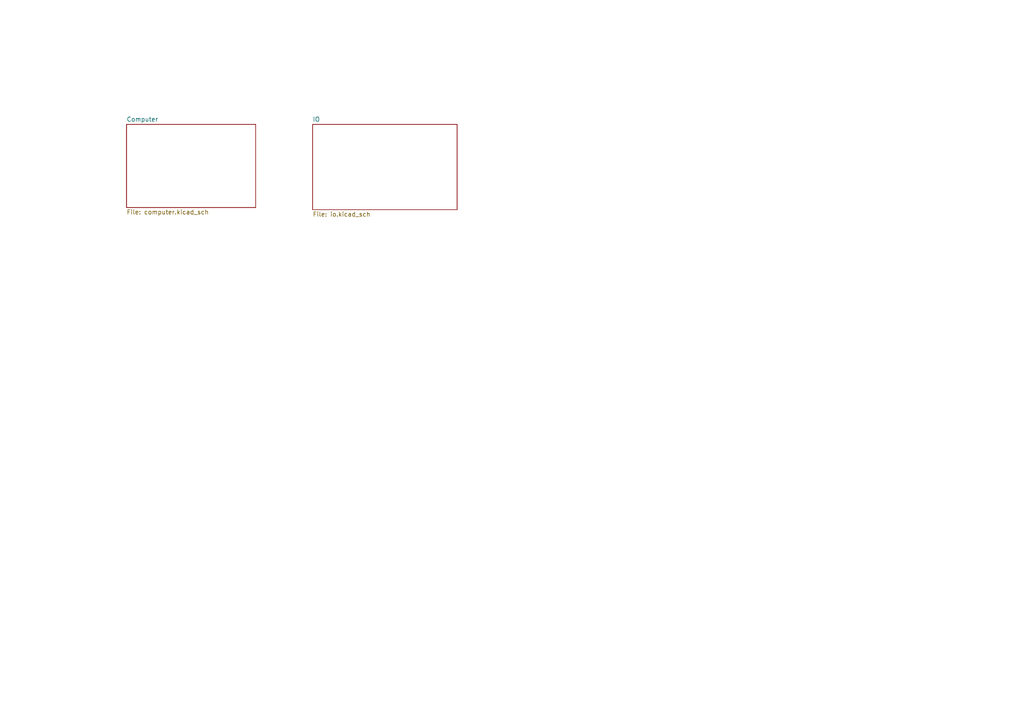
<source format=kicad_sch>
(kicad_sch (version 20230121) (generator eeschema)
  (paper "A4")
  (lib_symbols)
  (sheet (at 36.703 36.068) (size 37.465 24.13) (stroke (width 0.1524))
    (property "Sheetname" "Computer" (at 36.703 35.3564 0) (effects (justify left bottom)))
    (property "Sheetfile" "computer.kicad_sch" (at 36.703 60.7826 0) (effects (justify left top)))
  )
  (sheet (at 90.678 36.068) (size 41.91 24.765) (stroke (width 0.1524))
    (property "Sheetname" "IO" (at 90.678 35.3564 0) (effects (justify left bottom)))
    (property "Sheetfile" "io.kicad_sch" (at 90.678 61.4176 0) (effects (justify left top)))
  )
)
</source>
